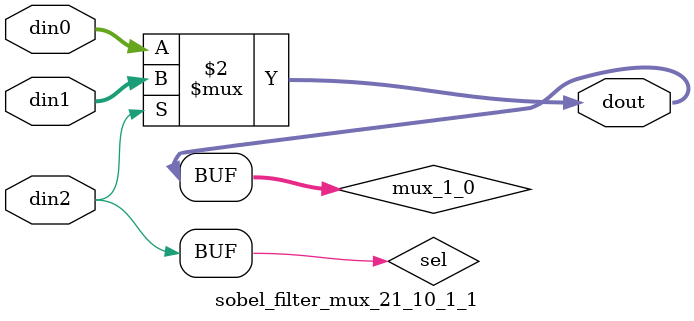
<source format=v>

`timescale 1ns/1ps

module sobel_filter_mux_21_10_1_1 #(
parameter
    ID                = 0,
    NUM_STAGE         = 1,
    din0_WIDTH       = 32,
    din1_WIDTH       = 32,
    din2_WIDTH         = 32,
    dout_WIDTH            = 32
)(
    input  [9 : 0]     din0,
    input  [9 : 0]     din1,
    input  [0 : 0]    din2,
    output [9 : 0]   dout);

// puts internal signals
wire [0 : 0]     sel;
// level 1 signals
wire [9 : 0]         mux_1_0;

assign sel = din2;

// Generate level 1 logic
assign mux_1_0 = (sel[0] == 0)? din0 : din1;

// output logic
assign dout = mux_1_0;

endmodule

</source>
